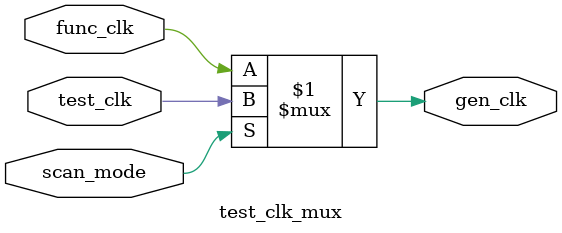
<source format=v>
module test_clk_mux (
    input  test_clk,
    input  func_clk,
    input  scan_mode,
    output gen_clk
);

  assign gen_clk = scan_mode ? test_clk 
                             : func_clk;

endmodule

</source>
